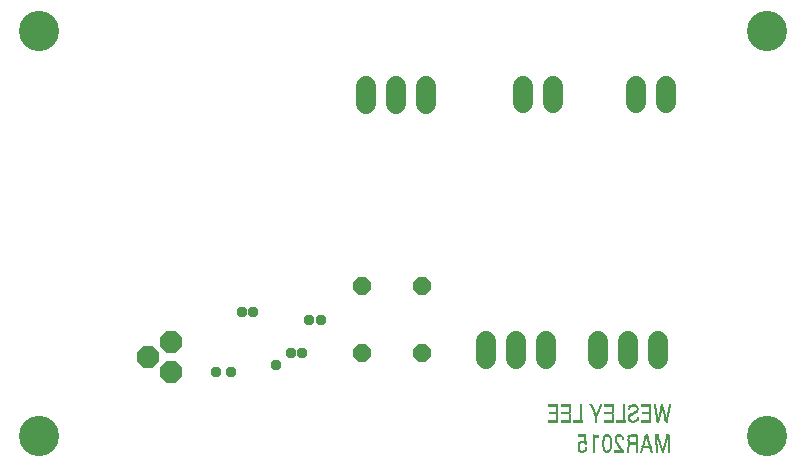
<source format=gbs>
G75*
G70*
%OFA0B0*%
%FSLAX24Y24*%
%IPPOS*%
%LPD*%
%AMOC8*
5,1,8,0,0,1.08239X$1,22.5*
%
%ADD10R,0.0080X0.0010*%
%ADD11R,0.0090X0.0010*%
%ADD12R,0.0060X0.0010*%
%ADD13R,0.0330X0.0010*%
%ADD14R,0.0130X0.0010*%
%ADD15R,0.0150X0.0010*%
%ADD16R,0.0170X0.0010*%
%ADD17R,0.0190X0.0010*%
%ADD18R,0.0210X0.0010*%
%ADD19R,0.0230X0.0010*%
%ADD20R,0.0250X0.0010*%
%ADD21R,0.0100X0.0010*%
%ADD22R,0.0110X0.0010*%
%ADD23R,0.0120X0.0010*%
%ADD24R,0.0070X0.0010*%
%ADD25R,0.0340X0.0010*%
%ADD26R,0.0320X0.0010*%
%ADD27R,0.0310X0.0010*%
%ADD28R,0.0290X0.0010*%
%ADD29R,0.0280X0.0010*%
%ADD30R,0.0300X0.0010*%
%ADD31R,0.0270X0.0010*%
%ADD32R,0.0260X0.0010*%
%ADD33R,0.0140X0.0010*%
%ADD34R,0.0160X0.0010*%
%ADD35R,0.0200X0.0010*%
%ADD36R,0.0180X0.0010*%
%ADD37R,0.0030X0.0010*%
%ADD38R,0.0220X0.0010*%
%ADD39R,0.0240X0.0010*%
%ADD40C,0.1340*%
%ADD41OC8,0.0600*%
%ADD42OC8,0.0740*%
%ADD43C,0.0680*%
%ADD44C,0.0674*%
%ADD45OC8,0.0358*%
D10*
X018960Y002195D03*
X018960Y002205D03*
X018960Y002215D03*
X018960Y002225D03*
X018960Y002235D03*
X018960Y002245D03*
X018960Y002255D03*
X018960Y002265D03*
X018960Y002275D03*
X018960Y002285D03*
X018960Y002295D03*
X018960Y002305D03*
X018960Y002315D03*
X018960Y002325D03*
X018960Y002335D03*
X018960Y002345D03*
X018960Y002355D03*
X018960Y002365D03*
X018960Y002375D03*
X018960Y002385D03*
X018960Y002395D03*
X018960Y002405D03*
X018960Y002475D03*
X018960Y002485D03*
X018960Y002495D03*
X018960Y002505D03*
X018960Y002515D03*
X018960Y002525D03*
X018960Y002535D03*
X018960Y002545D03*
X018960Y002555D03*
X018960Y002565D03*
X018960Y002575D03*
X018960Y002585D03*
X018960Y002595D03*
X018960Y002605D03*
X018960Y002615D03*
X018960Y002625D03*
X018960Y002635D03*
X018960Y002645D03*
X018960Y002655D03*
X019380Y002655D03*
X019380Y002645D03*
X019380Y002635D03*
X019380Y002625D03*
X019380Y002615D03*
X019380Y002605D03*
X019380Y002595D03*
X019380Y002585D03*
X019380Y002575D03*
X019380Y002565D03*
X019380Y002555D03*
X019380Y002545D03*
X019380Y002535D03*
X019380Y002525D03*
X019380Y002515D03*
X019380Y002505D03*
X019380Y002495D03*
X019380Y002485D03*
X019380Y002475D03*
X019380Y002405D03*
X019380Y002395D03*
X019380Y002385D03*
X019380Y002375D03*
X019380Y002365D03*
X019380Y002355D03*
X019380Y002345D03*
X019380Y002335D03*
X019380Y002325D03*
X019380Y002315D03*
X019380Y002305D03*
X019380Y002295D03*
X019380Y002285D03*
X019380Y002275D03*
X019380Y002265D03*
X019380Y002255D03*
X019380Y002245D03*
X019380Y002235D03*
X019380Y002225D03*
X019380Y002215D03*
X019380Y002205D03*
X019380Y002195D03*
X019760Y002195D03*
X019760Y002205D03*
X019760Y002215D03*
X019760Y002225D03*
X019760Y002235D03*
X019760Y002245D03*
X019760Y002255D03*
X019760Y002265D03*
X019760Y002275D03*
X019760Y002285D03*
X019760Y002295D03*
X019760Y002305D03*
X019760Y002315D03*
X019760Y002325D03*
X019760Y002335D03*
X019760Y002345D03*
X019760Y002355D03*
X019760Y002365D03*
X019760Y002375D03*
X019760Y002385D03*
X019760Y002395D03*
X019760Y002405D03*
X019760Y002415D03*
X019760Y002425D03*
X019760Y002435D03*
X019760Y002445D03*
X019760Y002455D03*
X019760Y002465D03*
X019760Y002475D03*
X019760Y002485D03*
X019760Y002495D03*
X019760Y002505D03*
X019760Y002515D03*
X019760Y002525D03*
X019760Y002535D03*
X019760Y002545D03*
X019760Y002555D03*
X019760Y002565D03*
X019760Y002575D03*
X019760Y002585D03*
X019760Y002595D03*
X019760Y002605D03*
X019760Y002615D03*
X019760Y002625D03*
X019760Y002635D03*
X019760Y002645D03*
X019760Y002655D03*
X019760Y002665D03*
X019760Y002675D03*
X019760Y002685D03*
X019760Y002695D03*
X019760Y002705D03*
X019760Y002715D03*
X020150Y002605D03*
X020160Y002585D03*
X020170Y002565D03*
X020170Y002555D03*
X020180Y002535D03*
X020190Y002515D03*
X020200Y002495D03*
X020200Y002485D03*
X020210Y002475D03*
X020210Y002465D03*
X020220Y002455D03*
X020220Y002445D03*
X020310Y002445D03*
X020320Y002455D03*
X020320Y002465D03*
X020330Y002475D03*
X020330Y002485D03*
X020340Y002505D03*
X020350Y002525D03*
X020360Y002545D03*
X020360Y002555D03*
X020370Y002575D03*
X020380Y002595D03*
X020270Y002345D03*
X020270Y002335D03*
X020270Y002325D03*
X020270Y002315D03*
X020270Y002305D03*
X020270Y002295D03*
X020270Y002285D03*
X020270Y002275D03*
X020270Y002265D03*
X020270Y002255D03*
X020270Y002245D03*
X020270Y002235D03*
X020270Y002225D03*
X020270Y002215D03*
X020270Y002205D03*
X020270Y002195D03*
X020270Y002185D03*
X020270Y002175D03*
X020270Y002165D03*
X020270Y002155D03*
X020270Y002145D03*
X020270Y002135D03*
X020200Y001705D03*
X020520Y001625D03*
X020520Y001615D03*
X020520Y001605D03*
X020510Y001585D03*
X020510Y001575D03*
X020510Y001565D03*
X020510Y001555D03*
X020510Y001545D03*
X020510Y001535D03*
X020530Y001635D03*
X020630Y001725D03*
X020720Y001645D03*
X020730Y001625D03*
X020730Y001615D03*
X020740Y001605D03*
X020740Y001595D03*
X020740Y001585D03*
X020740Y001575D03*
X020750Y001565D03*
X020750Y001555D03*
X020750Y001545D03*
X020750Y001535D03*
X020750Y001525D03*
X020750Y001515D03*
X020750Y001505D03*
X020750Y001495D03*
X020750Y001485D03*
X020750Y001475D03*
X020750Y001465D03*
X020750Y001455D03*
X020750Y001445D03*
X020750Y001435D03*
X020750Y001425D03*
X020750Y001415D03*
X020750Y001405D03*
X020750Y001395D03*
X020750Y001385D03*
X020750Y001375D03*
X020750Y001365D03*
X020750Y001355D03*
X020750Y001345D03*
X020750Y001335D03*
X020750Y001325D03*
X020750Y001315D03*
X020750Y001305D03*
X020750Y001295D03*
X020750Y001285D03*
X020740Y001275D03*
X020740Y001265D03*
X020740Y001255D03*
X020740Y001245D03*
X020730Y001235D03*
X020730Y001225D03*
X020720Y001205D03*
X020630Y001125D03*
X020530Y001215D03*
X020520Y001225D03*
X020520Y001235D03*
X020520Y001245D03*
X020510Y001255D03*
X020510Y001265D03*
X020510Y001275D03*
X020510Y001285D03*
X020510Y001295D03*
X020510Y001305D03*
X020930Y001485D03*
X020930Y001495D03*
X020920Y001515D03*
X020920Y001525D03*
X020920Y001535D03*
X020920Y001545D03*
X020920Y001585D03*
X020920Y001595D03*
X020920Y001605D03*
X020920Y001615D03*
X020930Y001635D03*
X020940Y001465D03*
X020960Y001435D03*
X020980Y001405D03*
X021000Y001375D03*
X021160Y001555D03*
X021160Y001565D03*
X021160Y001575D03*
X021150Y001585D03*
X021150Y001595D03*
X021150Y001605D03*
X021150Y001615D03*
X021140Y001625D03*
X021140Y001635D03*
X021340Y001605D03*
X021340Y001595D03*
X021340Y001585D03*
X021350Y001625D03*
X021340Y001525D03*
X021340Y001515D03*
X021340Y001505D03*
X021350Y001485D03*
X021350Y001355D03*
X021340Y001335D03*
X021340Y001325D03*
X021340Y001315D03*
X021330Y001285D03*
X021330Y001275D03*
X021330Y001265D03*
X021330Y001255D03*
X021330Y001245D03*
X021330Y001235D03*
X021330Y001225D03*
X021330Y001215D03*
X021330Y001205D03*
X021330Y001195D03*
X021330Y001185D03*
X021330Y001175D03*
X021610Y001175D03*
X021610Y001165D03*
X021610Y001155D03*
X021610Y001145D03*
X021610Y001135D03*
X021610Y001185D03*
X021610Y001195D03*
X021610Y001205D03*
X021610Y001215D03*
X021610Y001225D03*
X021610Y001235D03*
X021610Y001245D03*
X021610Y001255D03*
X021610Y001265D03*
X021610Y001275D03*
X021610Y001285D03*
X021610Y001295D03*
X021610Y001305D03*
X021610Y001315D03*
X021610Y001325D03*
X021610Y001335D03*
X021610Y001345D03*
X021610Y001355D03*
X021610Y001365D03*
X021610Y001375D03*
X021610Y001385D03*
X021610Y001455D03*
X021610Y001465D03*
X021610Y001475D03*
X021610Y001485D03*
X021610Y001495D03*
X021610Y001505D03*
X021610Y001515D03*
X021610Y001525D03*
X021610Y001535D03*
X021610Y001545D03*
X021610Y001555D03*
X021610Y001565D03*
X021610Y001575D03*
X021610Y001585D03*
X021610Y001595D03*
X021610Y001605D03*
X021610Y001615D03*
X021610Y001625D03*
X021610Y001635D03*
X021610Y001645D03*
X021610Y001655D03*
X021890Y001575D03*
X021890Y001565D03*
X021880Y001545D03*
X021880Y001535D03*
X021880Y001525D03*
X021870Y001505D03*
X021870Y001495D03*
X021860Y001475D03*
X021860Y001465D03*
X021860Y001455D03*
X021850Y001445D03*
X021850Y001435D03*
X021850Y001425D03*
X021840Y001405D03*
X021840Y001395D03*
X021840Y001385D03*
X021830Y001375D03*
X021830Y001365D03*
X021830Y001355D03*
X021820Y001345D03*
X021800Y001275D03*
X021800Y001265D03*
X021800Y001255D03*
X021790Y001245D03*
X021790Y001235D03*
X021790Y001225D03*
X021780Y001205D03*
X021780Y001195D03*
X021770Y001175D03*
X021770Y001165D03*
X021770Y001155D03*
X021760Y001135D03*
X022080Y001245D03*
X022080Y001255D03*
X022080Y001265D03*
X022070Y001275D03*
X022090Y001235D03*
X022090Y001225D03*
X022090Y001215D03*
X022100Y001195D03*
X022100Y001185D03*
X022110Y001165D03*
X022110Y001155D03*
X022110Y001145D03*
X022050Y001345D03*
X022050Y001355D03*
X022050Y001365D03*
X022040Y001375D03*
X022040Y001385D03*
X022040Y001395D03*
X022030Y001415D03*
X022030Y001425D03*
X022030Y001435D03*
X022020Y001445D03*
X022020Y001455D03*
X022020Y001465D03*
X022010Y001485D03*
X022010Y001495D03*
X022000Y001515D03*
X022000Y001525D03*
X021990Y001555D03*
X021990Y001565D03*
X021980Y001585D03*
X021940Y001715D03*
X022270Y001565D03*
X022270Y001555D03*
X022270Y001545D03*
X022270Y001535D03*
X022270Y001525D03*
X022270Y001515D03*
X022270Y001505D03*
X022270Y001495D03*
X022270Y001485D03*
X022270Y001475D03*
X022270Y001465D03*
X022270Y001455D03*
X022270Y001445D03*
X022270Y001435D03*
X022270Y001425D03*
X022270Y001415D03*
X022270Y001405D03*
X022270Y001395D03*
X022480Y001185D03*
X022480Y001175D03*
X022480Y001165D03*
X022680Y001165D03*
X022680Y001175D03*
X022680Y001185D03*
X022680Y001195D03*
X022680Y001205D03*
X022680Y001215D03*
X022680Y001225D03*
X022680Y001235D03*
X022680Y001245D03*
X022680Y001255D03*
X022680Y001265D03*
X022680Y001275D03*
X022680Y001285D03*
X022680Y001295D03*
X022680Y001305D03*
X022680Y001315D03*
X022680Y001325D03*
X022680Y001335D03*
X022680Y001345D03*
X022680Y001355D03*
X022680Y001365D03*
X022680Y001375D03*
X022680Y001385D03*
X022680Y001395D03*
X022680Y001155D03*
X022680Y001145D03*
X022680Y001135D03*
X022610Y002135D03*
X022610Y002145D03*
X022560Y002315D03*
X022550Y002355D03*
X022540Y002405D03*
X022530Y002445D03*
X022520Y002485D03*
X022510Y002525D03*
X022410Y002465D03*
X022400Y002425D03*
X022390Y002385D03*
X022380Y002345D03*
X022290Y002325D03*
X022290Y002315D03*
X022280Y002355D03*
X022280Y002365D03*
X022280Y002375D03*
X022270Y002405D03*
X022270Y002415D03*
X022270Y002425D03*
X022260Y002455D03*
X022260Y002465D03*
X022260Y002475D03*
X022260Y002485D03*
X022250Y002505D03*
X022250Y002515D03*
X022250Y002525D03*
X022250Y002535D03*
X022240Y002555D03*
X022240Y002565D03*
X022240Y002575D03*
X022240Y002585D03*
X022230Y002605D03*
X022230Y002615D03*
X022230Y002625D03*
X022230Y002635D03*
X022230Y002645D03*
X022220Y002655D03*
X022220Y002665D03*
X022220Y002675D03*
X022220Y002685D03*
X022220Y002695D03*
X022210Y002705D03*
X022210Y002715D03*
X022050Y002655D03*
X022050Y002645D03*
X022050Y002635D03*
X022050Y002625D03*
X022050Y002615D03*
X022050Y002605D03*
X022050Y002595D03*
X022050Y002585D03*
X022050Y002575D03*
X022050Y002565D03*
X022050Y002555D03*
X022050Y002545D03*
X022050Y002535D03*
X022050Y002525D03*
X022050Y002515D03*
X022050Y002505D03*
X022050Y002495D03*
X022050Y002485D03*
X022050Y002475D03*
X022050Y002405D03*
X022050Y002395D03*
X022050Y002385D03*
X022050Y002375D03*
X022050Y002365D03*
X022050Y002355D03*
X022050Y002345D03*
X022050Y002335D03*
X022050Y002325D03*
X022050Y002315D03*
X022050Y002305D03*
X022050Y002295D03*
X022050Y002285D03*
X022050Y002275D03*
X022050Y002265D03*
X022050Y002255D03*
X022050Y002245D03*
X022050Y002235D03*
X022050Y002225D03*
X022050Y002215D03*
X022050Y002205D03*
X022050Y002195D03*
X022330Y002145D03*
X022330Y002135D03*
X022650Y002335D03*
X022650Y002345D03*
X022650Y002355D03*
X022660Y002385D03*
X022660Y002395D03*
X022660Y002405D03*
X022660Y002415D03*
X022670Y002435D03*
X022670Y002445D03*
X022670Y002455D03*
X022670Y002465D03*
X022680Y002485D03*
X022680Y002495D03*
X022680Y002505D03*
X022680Y002515D03*
X022690Y002535D03*
X022690Y002545D03*
X022690Y002555D03*
X022690Y002565D03*
X022700Y002585D03*
X022700Y002595D03*
X022700Y002605D03*
X022700Y002615D03*
X022700Y002625D03*
X022710Y002635D03*
X022710Y002645D03*
X022710Y002655D03*
X022710Y002665D03*
X022710Y002675D03*
X022720Y002685D03*
X022720Y002695D03*
X022720Y002705D03*
X022720Y002715D03*
X022470Y002695D03*
X022470Y002685D03*
X021640Y002605D03*
X021640Y002595D03*
X021640Y002585D03*
X021640Y002575D03*
X021640Y002565D03*
X021640Y002555D03*
X021640Y002545D03*
X021630Y002625D03*
X021380Y002625D03*
X021370Y002605D03*
X021370Y002595D03*
X021370Y002585D03*
X021360Y002565D03*
X021360Y002555D03*
X021190Y002555D03*
X021190Y002565D03*
X021190Y002575D03*
X021190Y002585D03*
X021190Y002595D03*
X021190Y002605D03*
X021190Y002615D03*
X021190Y002625D03*
X021190Y002635D03*
X021190Y002645D03*
X021190Y002655D03*
X021190Y002665D03*
X021190Y002675D03*
X021190Y002685D03*
X021190Y002695D03*
X021190Y002705D03*
X021190Y002715D03*
X021190Y002545D03*
X021190Y002535D03*
X021190Y002525D03*
X021190Y002515D03*
X021190Y002505D03*
X021190Y002495D03*
X021190Y002485D03*
X021190Y002475D03*
X021190Y002465D03*
X021190Y002455D03*
X021190Y002445D03*
X021190Y002435D03*
X021190Y002425D03*
X021190Y002415D03*
X021190Y002405D03*
X021190Y002395D03*
X021190Y002385D03*
X021190Y002375D03*
X021190Y002365D03*
X021190Y002355D03*
X021190Y002345D03*
X021190Y002335D03*
X021190Y002325D03*
X021190Y002315D03*
X021190Y002305D03*
X021190Y002295D03*
X021190Y002285D03*
X021190Y002275D03*
X021190Y002265D03*
X021190Y002255D03*
X021190Y002245D03*
X021190Y002235D03*
X021190Y002225D03*
X021190Y002215D03*
X021190Y002205D03*
X021190Y002195D03*
X021360Y002255D03*
X021360Y002265D03*
X021360Y002275D03*
X021360Y002285D03*
X021360Y002295D03*
X021370Y002325D03*
X021370Y002235D03*
X021370Y002225D03*
X021640Y002225D03*
X021650Y002245D03*
X021650Y002255D03*
X021650Y002265D03*
X021660Y002285D03*
X021660Y002295D03*
X020810Y002295D03*
X020810Y002305D03*
X020810Y002315D03*
X020810Y002325D03*
X020810Y002335D03*
X020810Y002345D03*
X020810Y002355D03*
X020810Y002365D03*
X020810Y002375D03*
X020810Y002385D03*
X020810Y002395D03*
X020810Y002405D03*
X020810Y002475D03*
X020810Y002485D03*
X020810Y002495D03*
X020810Y002505D03*
X020810Y002515D03*
X020810Y002525D03*
X020810Y002535D03*
X020810Y002545D03*
X020810Y002555D03*
X020810Y002565D03*
X020810Y002575D03*
X020810Y002585D03*
X020810Y002595D03*
X020810Y002605D03*
X020810Y002615D03*
X020810Y002625D03*
X020810Y002635D03*
X020810Y002645D03*
X020810Y002655D03*
X020810Y002285D03*
X020810Y002275D03*
X020810Y002265D03*
X020810Y002255D03*
X020810Y002245D03*
X020810Y002235D03*
X020810Y002225D03*
X020810Y002215D03*
X020810Y002205D03*
X020810Y002195D03*
X019900Y001595D03*
X019900Y001585D03*
X019900Y001575D03*
X019900Y001565D03*
X019910Y001485D03*
X019910Y001425D03*
X019910Y001415D03*
X019920Y001285D03*
X019920Y001275D03*
X019920Y001265D03*
X019920Y001255D03*
X019920Y001245D03*
X019920Y001235D03*
X019910Y001225D03*
X019910Y001215D03*
X019700Y001225D03*
X019690Y001245D03*
X019690Y001255D03*
X019690Y001265D03*
X019680Y001305D03*
X019680Y001315D03*
X019680Y001325D03*
X019690Y001365D03*
X019690Y001375D03*
X019690Y001385D03*
D11*
X019695Y001395D03*
X019695Y001405D03*
X019705Y001415D03*
X019705Y001425D03*
X019715Y001435D03*
X019685Y001355D03*
X019685Y001345D03*
X019685Y001335D03*
X019685Y001295D03*
X019685Y001285D03*
X019685Y001275D03*
X019695Y001235D03*
X019705Y001215D03*
X019705Y001205D03*
X019715Y001195D03*
X019805Y001125D03*
X019895Y001195D03*
X019905Y001205D03*
X019905Y001435D03*
X020205Y001435D03*
X020205Y001445D03*
X020205Y001455D03*
X020205Y001465D03*
X020205Y001475D03*
X020205Y001485D03*
X020205Y001495D03*
X020205Y001505D03*
X020205Y001515D03*
X020205Y001525D03*
X020205Y001535D03*
X020205Y001545D03*
X020205Y001555D03*
X020205Y001565D03*
X020205Y001575D03*
X020205Y001585D03*
X020205Y001595D03*
X020205Y001605D03*
X020205Y001615D03*
X020205Y001625D03*
X020205Y001425D03*
X020205Y001415D03*
X020205Y001405D03*
X020205Y001395D03*
X020205Y001385D03*
X020205Y001375D03*
X020205Y001365D03*
X020205Y001355D03*
X020205Y001345D03*
X020205Y001335D03*
X020205Y001325D03*
X020205Y001315D03*
X020205Y001305D03*
X020205Y001295D03*
X020205Y001285D03*
X020205Y001275D03*
X020205Y001265D03*
X020205Y001255D03*
X020205Y001245D03*
X020205Y001235D03*
X020205Y001225D03*
X020205Y001215D03*
X020205Y001205D03*
X020205Y001195D03*
X020205Y001185D03*
X020205Y001175D03*
X020205Y001165D03*
X020205Y001155D03*
X020205Y001145D03*
X020205Y001135D03*
X020535Y001205D03*
X020545Y001195D03*
X020505Y001315D03*
X020505Y001325D03*
X020505Y001335D03*
X020505Y001345D03*
X020505Y001355D03*
X020505Y001365D03*
X020505Y001375D03*
X020505Y001385D03*
X020505Y001395D03*
X020505Y001405D03*
X020505Y001415D03*
X020505Y001425D03*
X020505Y001435D03*
X020505Y001445D03*
X020505Y001455D03*
X020505Y001465D03*
X020505Y001475D03*
X020505Y001485D03*
X020505Y001495D03*
X020505Y001505D03*
X020505Y001515D03*
X020505Y001525D03*
X020535Y001645D03*
X020545Y001655D03*
X020555Y001665D03*
X020715Y001655D03*
X020725Y001635D03*
X020915Y001575D03*
X020915Y001565D03*
X020915Y001555D03*
X020925Y001505D03*
X020935Y001475D03*
X020945Y001455D03*
X020955Y001445D03*
X020965Y001425D03*
X020975Y001415D03*
X020985Y001395D03*
X020995Y001385D03*
X021005Y001365D03*
X021015Y001355D03*
X021025Y001345D03*
X021035Y001335D03*
X021035Y001325D03*
X021045Y001315D03*
X021055Y001305D03*
X021065Y001285D03*
X021075Y001275D03*
X021095Y001245D03*
X021105Y001235D03*
X021125Y001205D03*
X021315Y001145D03*
X021315Y001135D03*
X021325Y001155D03*
X021325Y001165D03*
X021335Y001295D03*
X021335Y001305D03*
X021345Y001345D03*
X021355Y001365D03*
X021365Y001375D03*
X021365Y001465D03*
X021355Y001475D03*
X021345Y001495D03*
X021335Y001535D03*
X021335Y001545D03*
X021335Y001555D03*
X021335Y001565D03*
X021335Y001575D03*
X021345Y001615D03*
X021355Y001635D03*
X021135Y001645D03*
X021125Y001655D03*
X021035Y001725D03*
X020945Y001655D03*
X020935Y001645D03*
X020925Y001625D03*
X020725Y001215D03*
X020715Y001195D03*
X021765Y001145D03*
X021775Y001185D03*
X021785Y001215D03*
X022095Y001205D03*
X022105Y001175D03*
X022115Y001135D03*
X022275Y001135D03*
X022275Y001145D03*
X022275Y001155D03*
X022275Y001165D03*
X022275Y001175D03*
X022275Y001185D03*
X022275Y001195D03*
X022275Y001205D03*
X022275Y001215D03*
X022275Y001225D03*
X022275Y001235D03*
X022275Y001245D03*
X022275Y001255D03*
X022275Y001265D03*
X022275Y001275D03*
X022275Y001285D03*
X022275Y001295D03*
X022275Y001305D03*
X022275Y001315D03*
X022275Y001325D03*
X022275Y001335D03*
X022275Y001345D03*
X022275Y001355D03*
X022275Y001365D03*
X022275Y001375D03*
X022275Y001385D03*
X021935Y001705D03*
X022325Y002155D03*
X022325Y002165D03*
X022605Y002165D03*
X022605Y002175D03*
X022605Y002155D03*
X022465Y002665D03*
X022465Y002675D03*
X021635Y002615D03*
X021625Y002635D03*
X021615Y002645D03*
X021635Y002535D03*
X021635Y002525D03*
X021625Y002515D03*
X021625Y002505D03*
X021655Y002275D03*
X021645Y002235D03*
X021635Y002215D03*
X021625Y002205D03*
X021385Y002205D03*
X021375Y002215D03*
X021365Y002245D03*
X021365Y002305D03*
X021365Y002315D03*
X021375Y002335D03*
X021365Y002575D03*
X021375Y002615D03*
X021385Y002635D03*
X021395Y002645D03*
X021505Y002725D03*
X020435Y002715D03*
X020425Y002705D03*
X020425Y002695D03*
X020415Y002685D03*
X020415Y002675D03*
X020415Y002665D03*
X020405Y002655D03*
X020405Y002645D03*
X020395Y002635D03*
X020395Y002625D03*
X020385Y002615D03*
X020385Y002605D03*
X020375Y002585D03*
X020365Y002565D03*
X020355Y002535D03*
X020345Y002515D03*
X020335Y002495D03*
X020195Y002505D03*
X020185Y002525D03*
X020175Y002545D03*
X020165Y002575D03*
X020155Y002595D03*
X020145Y002615D03*
X020145Y002625D03*
X020135Y002635D03*
X020135Y002645D03*
X020125Y002655D03*
X020125Y002665D03*
X020115Y002675D03*
X020115Y002685D03*
X020115Y002695D03*
X020105Y002705D03*
X020265Y002355D03*
D12*
X022360Y001535D03*
X022370Y001505D03*
X022380Y001475D03*
X022380Y001465D03*
X022390Y001435D03*
X022400Y001405D03*
X022400Y001395D03*
X022410Y001375D03*
X022410Y001365D03*
X022420Y001345D03*
X022420Y001335D03*
X022420Y001325D03*
X022430Y001315D03*
X022430Y001305D03*
X022430Y001295D03*
X022440Y001275D03*
X022440Y001265D03*
X022440Y001255D03*
X022520Y001255D03*
X022520Y001265D03*
X022520Y001275D03*
X022530Y001295D03*
X022530Y001305D03*
X022530Y001315D03*
X022540Y001325D03*
X022540Y001335D03*
X022540Y001345D03*
X022550Y001365D03*
X022550Y001375D03*
X022560Y001395D03*
X022560Y001405D03*
X022570Y001435D03*
X022580Y001465D03*
X022580Y001475D03*
X022590Y001505D03*
X022600Y001535D03*
X022480Y001155D03*
X022480Y001145D03*
X022480Y001135D03*
D13*
X021935Y001315D03*
X021025Y001185D03*
X021025Y001175D03*
X021025Y001165D03*
X021025Y001155D03*
X021025Y001145D03*
X021025Y001135D03*
X020685Y002135D03*
X020685Y002145D03*
X020685Y002155D03*
X020685Y002165D03*
X020685Y002175D03*
X020685Y002185D03*
X020685Y002665D03*
X020685Y002675D03*
X020685Y002685D03*
X020685Y002695D03*
X020685Y002705D03*
X020685Y002715D03*
X021925Y002715D03*
X021925Y002705D03*
X021925Y002695D03*
X021925Y002685D03*
X021925Y002675D03*
X021925Y002665D03*
X021925Y002185D03*
X021925Y002175D03*
X021925Y002165D03*
X021925Y002155D03*
X021925Y002145D03*
X021925Y002135D03*
X019255Y002135D03*
X019255Y002145D03*
X019255Y002155D03*
X019255Y002165D03*
X019255Y002175D03*
X019255Y002185D03*
X018835Y002185D03*
X018835Y002175D03*
X018835Y002165D03*
X018835Y002155D03*
X018835Y002145D03*
X018835Y002135D03*
X018835Y002665D03*
X018835Y002675D03*
X018835Y002685D03*
X018835Y002695D03*
X018835Y002705D03*
X018835Y002715D03*
X019255Y002715D03*
X019255Y002705D03*
X019255Y002695D03*
X019255Y002685D03*
X019255Y002675D03*
X019255Y002665D03*
D14*
X020265Y002395D03*
X020225Y001695D03*
X020625Y001715D03*
X019785Y001495D03*
X020625Y001135D03*
X021935Y001635D03*
X022295Y001645D03*
X022295Y001655D03*
X022295Y001665D03*
X022655Y001635D03*
X022655Y001625D03*
X022655Y001615D03*
X022655Y001605D03*
X022605Y002235D03*
X022605Y002245D03*
X022605Y002255D03*
X022605Y002265D03*
X022465Y002575D03*
X022465Y002585D03*
X022465Y002595D03*
X021575Y002465D03*
X021425Y002385D03*
D15*
X022465Y002555D03*
X022605Y002305D03*
X022605Y002295D03*
X022605Y002285D03*
X022305Y001595D03*
X022305Y001585D03*
X022305Y001575D03*
X021935Y001605D03*
X020265Y002415D03*
X020265Y002425D03*
X019785Y001485D03*
X019805Y001135D03*
D16*
X020625Y001145D03*
X020625Y001705D03*
X020265Y002435D03*
X021485Y002415D03*
X021505Y002425D03*
D17*
X020625Y001695D03*
X020625Y001155D03*
X019805Y001145D03*
D18*
X019805Y001155D03*
X020625Y001165D03*
X020625Y001685D03*
X021035Y001695D03*
D19*
X021035Y001685D03*
X021535Y001715D03*
X020625Y001675D03*
X020625Y001175D03*
X019805Y001165D03*
X021505Y002695D03*
D20*
X021505Y002685D03*
X021035Y001675D03*
X019825Y001475D03*
X019805Y001175D03*
D21*
X019730Y001185D03*
X020550Y001185D03*
X020700Y001185D03*
X021060Y001295D03*
X021080Y001265D03*
X021090Y001255D03*
X021110Y001225D03*
X021120Y001215D03*
X021130Y001195D03*
X021110Y001665D03*
X020950Y001665D03*
X020700Y001665D03*
X021360Y001645D03*
X021940Y001685D03*
X021940Y001695D03*
X021500Y002125D03*
X021390Y002195D03*
X021380Y002345D03*
X021390Y002355D03*
X021400Y002365D03*
X021620Y002495D03*
X021610Y002655D03*
X021400Y002655D03*
X022330Y002195D03*
X022330Y002185D03*
X022330Y002175D03*
X022610Y002185D03*
X022670Y001715D03*
X022480Y001215D03*
X022480Y001205D03*
X022480Y001195D03*
X022470Y002645D03*
X022470Y002655D03*
X020270Y002365D03*
X020100Y002715D03*
D22*
X020265Y002375D03*
X021405Y002185D03*
X021615Y002195D03*
X021605Y002485D03*
X021595Y002665D03*
X021415Y002665D03*
X022325Y002205D03*
X022605Y002205D03*
X022605Y002215D03*
X022605Y002225D03*
X022605Y002195D03*
X022665Y001705D03*
X022665Y001695D03*
X022665Y001685D03*
X022665Y001675D03*
X022285Y001705D03*
X022285Y001715D03*
X021935Y001675D03*
X021935Y001665D03*
X021375Y001655D03*
X021385Y001455D03*
X021375Y001385D03*
X019895Y001445D03*
X019725Y001445D03*
X019885Y001185D03*
X022465Y002625D03*
X022465Y002635D03*
D23*
X022470Y002615D03*
X022470Y002605D03*
X022330Y002245D03*
X022330Y002235D03*
X022330Y002225D03*
X022330Y002215D03*
X021600Y002185D03*
X021410Y002375D03*
X021590Y002475D03*
X022290Y001695D03*
X022290Y001685D03*
X022290Y001675D03*
X021940Y001655D03*
X021940Y001645D03*
X022480Y001245D03*
X022480Y001235D03*
X022480Y001225D03*
X022660Y001645D03*
X022660Y001655D03*
X022660Y001665D03*
X020270Y002385D03*
D24*
X020325Y001625D03*
X020515Y001595D03*
X019915Y001405D03*
X019915Y001395D03*
X019905Y001495D03*
X019905Y001505D03*
X019905Y001515D03*
X019905Y001525D03*
X019905Y001535D03*
X019905Y001545D03*
X019905Y001555D03*
X019895Y001605D03*
X019895Y001615D03*
X019895Y001625D03*
X019895Y001635D03*
X019895Y001645D03*
X019895Y001655D03*
X019785Y001505D03*
X021845Y001415D03*
X021865Y001485D03*
X021875Y001515D03*
X021885Y001555D03*
X021895Y001585D03*
X021985Y001575D03*
X021995Y001545D03*
X021995Y001535D03*
X022005Y001505D03*
X022015Y001475D03*
X022035Y001405D03*
X022365Y001515D03*
X022365Y001525D03*
X022355Y001545D03*
X022355Y001555D03*
X022355Y001565D03*
X022375Y001495D03*
X022375Y001485D03*
X022385Y001455D03*
X022385Y001445D03*
X022395Y001425D03*
X022395Y001415D03*
X022405Y001385D03*
X022415Y001355D03*
X022435Y001285D03*
X022525Y001285D03*
X022545Y001355D03*
X022555Y001385D03*
X022565Y001415D03*
X022565Y001425D03*
X022575Y001445D03*
X022575Y001455D03*
X022585Y001485D03*
X022585Y001495D03*
X022595Y001515D03*
X022595Y001525D03*
X022605Y001545D03*
X022605Y001555D03*
X022605Y001565D03*
X022685Y001565D03*
X022685Y001555D03*
X022685Y001545D03*
X022685Y001535D03*
X022685Y001525D03*
X022685Y001515D03*
X022685Y001505D03*
X022685Y001495D03*
X022685Y001485D03*
X022685Y001475D03*
X022685Y001465D03*
X022685Y001455D03*
X022685Y001445D03*
X022685Y001435D03*
X022685Y001425D03*
X022685Y001415D03*
X022685Y001405D03*
X022645Y002315D03*
X022645Y002325D03*
X022655Y002365D03*
X022655Y002375D03*
X022665Y002425D03*
X022675Y002475D03*
X022685Y002525D03*
X022695Y002575D03*
X022515Y002515D03*
X022515Y002505D03*
X022515Y002495D03*
X022525Y002475D03*
X022525Y002465D03*
X022525Y002455D03*
X022535Y002435D03*
X022535Y002425D03*
X022535Y002415D03*
X022545Y002395D03*
X022545Y002385D03*
X022545Y002375D03*
X022545Y002365D03*
X022555Y002345D03*
X022555Y002335D03*
X022555Y002325D03*
X022385Y002355D03*
X022385Y002365D03*
X022385Y002375D03*
X022395Y002395D03*
X022395Y002405D03*
X022395Y002415D03*
X022405Y002435D03*
X022405Y002445D03*
X022405Y002455D03*
X022415Y002475D03*
X022415Y002485D03*
X022415Y002495D03*
X022415Y002505D03*
X022425Y002515D03*
X022425Y002525D03*
X022425Y002535D03*
X022425Y002545D03*
X022505Y002545D03*
X022505Y002535D03*
X022465Y002705D03*
X022465Y002715D03*
X022235Y002595D03*
X022245Y002545D03*
X022255Y002495D03*
X022265Y002445D03*
X022265Y002435D03*
X022275Y002395D03*
X022275Y002385D03*
X022285Y002345D03*
X022285Y002335D03*
X022375Y002335D03*
X022375Y002325D03*
X022375Y002315D03*
D25*
X021940Y001305D03*
X021940Y001295D03*
X021940Y001285D03*
D26*
X021940Y001325D03*
X021940Y001335D03*
X021490Y001395D03*
X021490Y001665D03*
D27*
X021495Y001675D03*
X021495Y001445D03*
X021495Y001405D03*
X021075Y002135D03*
X021075Y002145D03*
X021075Y002155D03*
X021075Y002165D03*
X021075Y002175D03*
X021075Y002185D03*
X019645Y002185D03*
X019645Y002175D03*
X019645Y002165D03*
X019645Y002155D03*
X019645Y002145D03*
X019645Y002135D03*
D28*
X021505Y002175D03*
X021505Y001695D03*
X021505Y001415D03*
D29*
X021510Y001425D03*
D30*
X021500Y001435D03*
X021500Y001685D03*
X021940Y002415D03*
X021940Y002425D03*
X021940Y002435D03*
X021940Y002445D03*
X021940Y002455D03*
X021940Y002465D03*
X020700Y002465D03*
X020700Y002455D03*
X020700Y002445D03*
X020700Y002435D03*
X020700Y002425D03*
X020700Y002415D03*
X019270Y002415D03*
X019270Y002425D03*
X019270Y002435D03*
X019270Y002445D03*
X019270Y002455D03*
X019270Y002465D03*
X018850Y002465D03*
X018850Y002455D03*
X018850Y002445D03*
X018850Y002435D03*
X018850Y002425D03*
X018850Y002415D03*
D31*
X019795Y001715D03*
X019795Y001705D03*
X019795Y001695D03*
X019795Y001685D03*
X019795Y001675D03*
X019795Y001665D03*
X019815Y001455D03*
X021515Y001705D03*
X021505Y002165D03*
X021505Y002675D03*
D32*
X019820Y001465D03*
D33*
X021030Y001715D03*
X021940Y001625D03*
X021940Y001615D03*
X022300Y001615D03*
X022300Y001625D03*
X022300Y001635D03*
X022300Y001605D03*
X022650Y001595D03*
X022650Y001585D03*
X022650Y001575D03*
X022600Y002275D03*
X022330Y002275D03*
X022330Y002285D03*
X022330Y002295D03*
X022330Y002265D03*
X022330Y002255D03*
X022470Y002565D03*
X021560Y002455D03*
X021440Y002395D03*
X020270Y002405D03*
D34*
X021460Y002405D03*
X021520Y002435D03*
X021540Y002445D03*
X021510Y002715D03*
X022330Y002305D03*
X021500Y002135D03*
X021940Y001595D03*
D35*
X020260Y001635D03*
X020260Y001645D03*
X020260Y001655D03*
X020260Y001665D03*
X020260Y001675D03*
X021510Y002705D03*
D36*
X021030Y001705D03*
X020250Y001685D03*
D37*
X020175Y001715D03*
D38*
X021500Y002145D03*
D39*
X021500Y002155D03*
D40*
X001700Y001700D03*
X001700Y015200D03*
X025950Y015200D03*
X025950Y001700D03*
D41*
X014450Y004450D03*
X012450Y004450D03*
X012450Y006700D03*
X014450Y006700D03*
D42*
X006075Y004825D03*
X005325Y004325D03*
X006075Y003825D03*
D43*
X016575Y004275D02*
X016575Y004875D01*
X017575Y004875D02*
X017575Y004275D01*
X018575Y004275D02*
X018575Y004875D01*
X020325Y004875D02*
X020325Y004275D01*
X021325Y004275D02*
X021325Y004875D01*
X022325Y004875D02*
X022325Y004275D01*
X014575Y012775D02*
X014575Y013375D01*
X013575Y013375D02*
X013575Y012775D01*
X012575Y012775D02*
X012575Y013375D01*
D44*
X017825Y013372D02*
X017825Y012778D01*
X018825Y012778D02*
X018825Y013372D01*
X021575Y013372D02*
X021575Y012778D01*
X022575Y012778D02*
X022575Y013372D01*
D45*
X011075Y005575D03*
X010700Y005575D03*
X010450Y004450D03*
X010075Y004450D03*
X009575Y004075D03*
X008075Y003825D03*
X007575Y003825D03*
X008450Y005825D03*
X008825Y005825D03*
M02*

</source>
